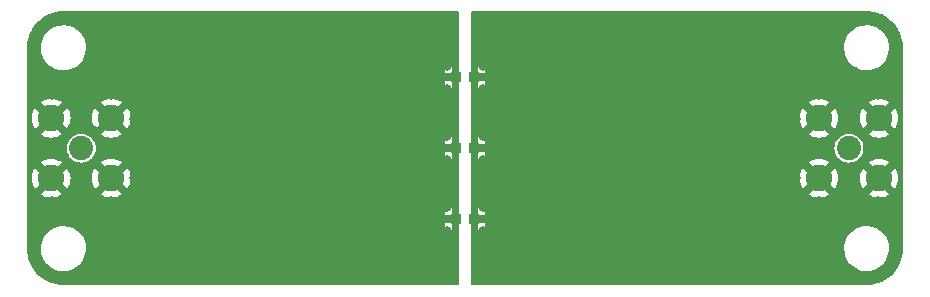
<source format=gbr>
%TF.GenerationSoftware,KiCad,Pcbnew,7.0.4*%
%TF.CreationDate,2023-05-28T10:47:35+02:00*%
%TF.ProjectId,saw_carrier,7361775f-6361-4727-9269-65722e6b6963,rev?*%
%TF.SameCoordinates,Original*%
%TF.FileFunction,Copper,L2,Bot*%
%TF.FilePolarity,Positive*%
%FSLAX46Y46*%
G04 Gerber Fmt 4.6, Leading zero omitted, Abs format (unit mm)*
G04 Created by KiCad (PCBNEW 7.0.4) date 2023-05-28 10:47:35*
%MOMM*%
%LPD*%
G01*
G04 APERTURE LIST*
G04 Aperture macros list*
%AMRoundRect*
0 Rectangle with rounded corners*
0 $1 Rounding radius*
0 $2 $3 $4 $5 $6 $7 $8 $9 X,Y pos of 4 corners*
0 Add a 4 corners polygon primitive as box body*
4,1,4,$2,$3,$4,$5,$6,$7,$8,$9,$2,$3,0*
0 Add four circle primitives for the rounded corners*
1,1,$1+$1,$2,$3*
1,1,$1+$1,$4,$5*
1,1,$1+$1,$6,$7*
1,1,$1+$1,$8,$9*
0 Add four rect primitives between the rounded corners*
20,1,$1+$1,$2,$3,$4,$5,0*
20,1,$1+$1,$4,$5,$6,$7,0*
20,1,$1+$1,$6,$7,$8,$9,0*
20,1,$1+$1,$8,$9,$2,$3,0*%
G04 Aperture macros list end*
%TA.AperFunction,ComponentPad*%
%ADD10C,2.050000*%
%TD*%
%TA.AperFunction,ComponentPad*%
%ADD11C,2.250000*%
%TD*%
%TA.AperFunction,SMDPad,CuDef*%
%ADD12RoundRect,0.225000X-0.225000X-0.250000X0.225000X-0.250000X0.225000X0.250000X-0.225000X0.250000X0*%
%TD*%
%TA.AperFunction,ViaPad*%
%ADD13C,0.800000*%
%TD*%
G04 APERTURE END LIST*
D10*
%TO.P,J2,1,In*%
%TO.N,/OUT_2*%
X182500000Y-67000000D03*
D11*
%TO.P,J2,2,Ext*%
%TO.N,GND2*%
X179960000Y-64460000D03*
X179960000Y-69540000D03*
X185040000Y-64460000D03*
X185040000Y-69540000D03*
%TD*%
D10*
%TO.P,J1,1,In*%
%TO.N,/IN_2*%
X117500000Y-67000000D03*
D11*
%TO.P,J1,2,Ext*%
%TO.N,GND1*%
X114960000Y-64460000D03*
X114960000Y-69540000D03*
X120040000Y-64460000D03*
X120040000Y-69540000D03*
%TD*%
D12*
%TO.P,C1,1*%
%TO.N,GND1*%
X149225000Y-67000000D03*
%TO.P,C1,2*%
%TO.N,GND2*%
X150775000Y-67000000D03*
%TD*%
%TO.P,C2,1*%
%TO.N,GND1*%
X149225000Y-61000000D03*
%TO.P,C2,2*%
%TO.N,GND2*%
X150775000Y-61000000D03*
%TD*%
%TO.P,C3,1*%
%TO.N,GND1*%
X149225000Y-73000000D03*
%TO.P,C3,2*%
%TO.N,GND2*%
X150775000Y-73000000D03*
%TD*%
D13*
%TO.N,GND2*%
X166300000Y-62000000D03*
X181500000Y-68400000D03*
X178500000Y-65750000D03*
X178500000Y-68250000D03*
X183250000Y-68750000D03*
X163750000Y-66750000D03*
X162250000Y-64500000D03*
X163000000Y-61150000D03*
X161650000Y-62000000D03*
X177000000Y-65500000D03*
X181500000Y-63000000D03*
X166500000Y-63250000D03*
X166300000Y-70450000D03*
X184450000Y-67700000D03*
X175500000Y-65500000D03*
X162200000Y-72550000D03*
X165000000Y-67750000D03*
X185000000Y-62500000D03*
X178000000Y-64500000D03*
X180000000Y-71500000D03*
X161650000Y-63300000D03*
X184450000Y-66450000D03*
X178500000Y-63000000D03*
X178250000Y-71000000D03*
X166500000Y-65500000D03*
X165000000Y-61150000D03*
X171000000Y-65500000D03*
X185000000Y-71500000D03*
X165500000Y-72650000D03*
X172500000Y-69500000D03*
X163000000Y-65500000D03*
X164500000Y-69250000D03*
X178000000Y-69500000D03*
X175500000Y-68500000D03*
X183250000Y-65300000D03*
X183500000Y-71000000D03*
X166300000Y-71550000D03*
X165750000Y-64500000D03*
X162500000Y-69250000D03*
X181500000Y-65600000D03*
X177000000Y-68500000D03*
X183500000Y-63000000D03*
X169000000Y-69500000D03*
X168000000Y-65500000D03*
X168000000Y-69750000D03*
X180000000Y-62500000D03*
X166950000Y-69500000D03*
X172000000Y-68500000D03*
X165500000Y-69250000D03*
X170750000Y-68500000D03*
X163500000Y-69250000D03*
X173500000Y-69750000D03*
X169500000Y-68500000D03*
X174000000Y-65500000D03*
X174500000Y-69500000D03*
X172500000Y-65500000D03*
X166500000Y-68500000D03*
X169500000Y-65500000D03*
X151500000Y-66000000D03*
X152000000Y-67000000D03*
X151500000Y-62000000D03*
X151500000Y-74000000D03*
X151500000Y-68000000D03*
X151500000Y-60000000D03*
X152000000Y-73000000D03*
X151500000Y-72000000D03*
X152000000Y-61000000D03*
%TO.N,GND1*%
X130500000Y-65500000D03*
X133500000Y-68500000D03*
X127500000Y-65500000D03*
X148500000Y-60000000D03*
X125500000Y-69500000D03*
X126000000Y-65500000D03*
X148500000Y-62000000D03*
X130500000Y-68500000D03*
X126500000Y-69750000D03*
X136500000Y-69250000D03*
X129250000Y-68500000D03*
X134500000Y-69250000D03*
X128000000Y-68500000D03*
X133050000Y-69500000D03*
X120000000Y-62500000D03*
X132000000Y-69750000D03*
X132000000Y-65500000D03*
X148000000Y-67000000D03*
X148500000Y-66000000D03*
X131000000Y-69500000D03*
X148500000Y-74000000D03*
X116500000Y-63000000D03*
X123000000Y-68500000D03*
X118500000Y-65500000D03*
X137500000Y-69250000D03*
X148000000Y-73000000D03*
X134250000Y-64500000D03*
X133700000Y-71550000D03*
X116500000Y-71000000D03*
X116750000Y-65300000D03*
X124500000Y-68500000D03*
X122000000Y-69500000D03*
X135500000Y-69250000D03*
X137000000Y-65500000D03*
X127500000Y-69500000D03*
X134500000Y-72650000D03*
X148000000Y-61000000D03*
X115000000Y-71500000D03*
X129000000Y-65500000D03*
X135000000Y-61150000D03*
X133500000Y-65500000D03*
X121750000Y-71000000D03*
X121500000Y-63000000D03*
X115550000Y-66450000D03*
X148500000Y-68000000D03*
X138350000Y-63300000D03*
X120000000Y-71500000D03*
X122000000Y-64500000D03*
X115000000Y-62500000D03*
X135000000Y-67750000D03*
X137800000Y-72550000D03*
X124500000Y-65500000D03*
X115550000Y-67700000D03*
X133700000Y-70450000D03*
X133500000Y-63250000D03*
X118500000Y-63000000D03*
X123000000Y-65500000D03*
X138350000Y-62000000D03*
X137000000Y-61150000D03*
X137750000Y-64500000D03*
X136250000Y-66750000D03*
X116750000Y-68750000D03*
X121500000Y-68250000D03*
X121500000Y-65750000D03*
X148500000Y-72000000D03*
X118500000Y-68400000D03*
X133700000Y-62000000D03*
%TD*%
%TA.AperFunction,Conductor*%
%TO.N,GND1*%
G36*
X149442121Y-55420502D02*
G01*
X149488614Y-55474158D01*
X149500000Y-55526500D01*
X149500000Y-78473500D01*
X149479998Y-78541621D01*
X149426342Y-78588114D01*
X149374000Y-78599500D01*
X116001644Y-78599500D01*
X115998371Y-78599414D01*
X115752834Y-78586546D01*
X115679319Y-78582694D01*
X115672756Y-78582004D01*
X115358840Y-78532284D01*
X115352386Y-78530912D01*
X115045391Y-78448654D01*
X115039115Y-78446615D01*
X114742405Y-78332718D01*
X114736377Y-78330034D01*
X114453191Y-78185744D01*
X114447476Y-78182444D01*
X114180927Y-78009345D01*
X114175600Y-78005475D01*
X113928583Y-77805445D01*
X113923693Y-77801040D01*
X113698959Y-77576306D01*
X113694555Y-77571417D01*
X113494522Y-77324396D01*
X113490654Y-77319072D01*
X113465180Y-77279846D01*
X113317555Y-77052523D01*
X113314255Y-77046808D01*
X113169965Y-76763622D01*
X113167281Y-76757594D01*
X113152448Y-76718953D01*
X113053380Y-76460873D01*
X113051345Y-76454608D01*
X113029026Y-76371313D01*
X112969086Y-76147612D01*
X112967715Y-76141159D01*
X112963615Y-76115276D01*
X112917995Y-75827243D01*
X112917306Y-75820694D01*
X112904147Y-75569596D01*
X114095687Y-75569596D01*
X114126114Y-75846128D01*
X114196480Y-76115278D01*
X114269015Y-76285968D01*
X114305284Y-76371314D01*
X114450208Y-76608781D01*
X114628163Y-76822617D01*
X114835357Y-77008263D01*
X115067373Y-77161763D01*
X115319267Y-77279846D01*
X115585669Y-77359995D01*
X115860895Y-77400499D01*
X115860898Y-77400500D01*
X115860901Y-77400500D01*
X116069463Y-77400500D01*
X116277455Y-77385277D01*
X116548997Y-77324788D01*
X116808838Y-77225408D01*
X117051440Y-77089253D01*
X117271632Y-76919226D01*
X117464722Y-76718951D01*
X117626593Y-76492696D01*
X117753797Y-76245283D01*
X117843621Y-75981986D01*
X117894152Y-75708416D01*
X117904313Y-75430404D01*
X117873886Y-75153876D01*
X117803520Y-74884724D01*
X117694716Y-74628686D01*
X117549792Y-74391219D01*
X117371837Y-74177383D01*
X117164643Y-73991737D01*
X116932627Y-73838237D01*
X116796860Y-73774592D01*
X116680734Y-73720154D01*
X116601263Y-73696244D01*
X116414331Y-73640005D01*
X116414326Y-73640004D01*
X116414322Y-73640003D01*
X116139103Y-73599500D01*
X116139099Y-73599500D01*
X115930537Y-73599500D01*
X115722541Y-73614723D01*
X115451009Y-73675210D01*
X115450997Y-73675214D01*
X115191161Y-73774592D01*
X114948559Y-73910747D01*
X114728366Y-74080775D01*
X114728365Y-74080776D01*
X114535280Y-74281046D01*
X114373404Y-74507307D01*
X114246204Y-74754714D01*
X114156377Y-75018020D01*
X114105847Y-75291587D01*
X114095687Y-75569596D01*
X112904147Y-75569596D01*
X112900585Y-75501628D01*
X112900500Y-75498356D01*
X112900500Y-73350001D01*
X148272225Y-73350001D01*
X148277255Y-73399228D01*
X148277257Y-73399241D01*
X148331152Y-73561884D01*
X148421109Y-73707728D01*
X148421114Y-73707734D01*
X148542265Y-73828885D01*
X148542271Y-73828890D01*
X148688115Y-73918847D01*
X148688114Y-73918847D01*
X148850754Y-73972741D01*
X148850768Y-73972744D01*
X148875000Y-73975218D01*
X148875000Y-73350000D01*
X148272227Y-73350000D01*
X148272225Y-73350001D01*
X112900500Y-73350001D01*
X112900500Y-72649998D01*
X148272225Y-72649998D01*
X148272227Y-72650000D01*
X148875000Y-72650000D01*
X148875000Y-72024780D01*
X148874998Y-72024779D01*
X148850765Y-72027255D01*
X148850764Y-72027256D01*
X148688115Y-72081152D01*
X148542271Y-72171109D01*
X148542265Y-72171114D01*
X148421114Y-72292265D01*
X148421109Y-72292271D01*
X148331152Y-72438115D01*
X148277257Y-72600758D01*
X148277255Y-72600771D01*
X148272225Y-72649998D01*
X112900500Y-72649998D01*
X112900500Y-69540000D01*
X113321950Y-69540000D01*
X113342117Y-69796246D01*
X113402121Y-70046183D01*
X113500486Y-70283657D01*
X113584412Y-70420611D01*
X114161984Y-69843039D01*
X114165714Y-69856473D01*
X114252316Y-70019822D01*
X114372009Y-70160735D01*
X114519195Y-70272623D01*
X114658090Y-70336883D01*
X114079387Y-70915586D01*
X114216342Y-70999513D01*
X114453816Y-71097878D01*
X114703753Y-71157882D01*
X114959999Y-71178049D01*
X115216246Y-71157882D01*
X115466183Y-71097878D01*
X115703662Y-70999511D01*
X115840611Y-70915587D01*
X115840612Y-70915586D01*
X115260670Y-70335644D01*
X115319010Y-70315988D01*
X115477431Y-70220669D01*
X115611658Y-70093523D01*
X115715413Y-69940495D01*
X115755317Y-69840342D01*
X116335587Y-70420612D01*
X116335587Y-70420611D01*
X116419511Y-70283662D01*
X116517878Y-70046183D01*
X116577882Y-69796246D01*
X116598049Y-69540000D01*
X118401950Y-69540000D01*
X118422117Y-69796246D01*
X118482121Y-70046183D01*
X118580486Y-70283657D01*
X118664412Y-70420611D01*
X119241984Y-69843039D01*
X119245714Y-69856473D01*
X119332316Y-70019822D01*
X119452009Y-70160735D01*
X119599195Y-70272623D01*
X119738090Y-70336883D01*
X119159387Y-70915586D01*
X119296342Y-70999513D01*
X119533816Y-71097878D01*
X119783753Y-71157882D01*
X120039999Y-71178049D01*
X120296246Y-71157882D01*
X120546183Y-71097878D01*
X120783662Y-70999511D01*
X120920611Y-70915587D01*
X120920612Y-70915586D01*
X120340670Y-70335644D01*
X120399010Y-70315988D01*
X120557431Y-70220669D01*
X120691658Y-70093523D01*
X120795413Y-69940495D01*
X120835317Y-69840343D01*
X121415586Y-70420612D01*
X121415587Y-70420611D01*
X121499511Y-70283662D01*
X121597878Y-70046183D01*
X121657882Y-69796246D01*
X121678049Y-69540000D01*
X121657882Y-69283753D01*
X121597878Y-69033816D01*
X121499513Y-68796342D01*
X121415586Y-68659387D01*
X120838015Y-69236958D01*
X120834286Y-69223527D01*
X120747684Y-69060178D01*
X120627991Y-68919265D01*
X120480805Y-68807377D01*
X120341908Y-68743116D01*
X120920611Y-68164412D01*
X120783657Y-68080486D01*
X120546183Y-67982121D01*
X120296246Y-67922117D01*
X120039999Y-67901950D01*
X119783753Y-67922117D01*
X119533816Y-67982121D01*
X119296339Y-68080488D01*
X119159387Y-68164411D01*
X119159387Y-68164413D01*
X119739329Y-68744355D01*
X119680990Y-68764012D01*
X119522569Y-68859331D01*
X119388342Y-68986477D01*
X119284587Y-69139505D01*
X119244682Y-69239656D01*
X118664413Y-68659387D01*
X118664411Y-68659387D01*
X118580488Y-68796339D01*
X118482121Y-69033816D01*
X118422117Y-69283753D01*
X118401950Y-69540000D01*
X116598049Y-69540000D01*
X116577882Y-69283753D01*
X116517878Y-69033816D01*
X116419513Y-68796342D01*
X116335586Y-68659386D01*
X115758014Y-69236957D01*
X115754286Y-69223527D01*
X115667684Y-69060178D01*
X115547991Y-68919265D01*
X115400805Y-68807377D01*
X115261908Y-68743116D01*
X115840611Y-68164412D01*
X115703657Y-68080486D01*
X115466183Y-67982121D01*
X115216246Y-67922117D01*
X114959999Y-67901950D01*
X114703753Y-67922117D01*
X114453816Y-67982121D01*
X114216339Y-68080488D01*
X114079387Y-68164411D01*
X114079387Y-68164413D01*
X114659329Y-68744355D01*
X114600990Y-68764012D01*
X114442569Y-68859331D01*
X114308342Y-68986477D01*
X114204587Y-69139505D01*
X114164682Y-69239656D01*
X113584413Y-68659387D01*
X113584411Y-68659387D01*
X113500488Y-68796339D01*
X113402121Y-69033816D01*
X113342117Y-69283753D01*
X113321950Y-69540000D01*
X112900500Y-69540000D01*
X112900500Y-67000000D01*
X116269819Y-67000000D01*
X116288508Y-67213619D01*
X116318249Y-67324617D01*
X116325051Y-67350001D01*
X116344008Y-67420747D01*
X116434632Y-67615091D01*
X116499498Y-67707728D01*
X116557627Y-67790745D01*
X116557630Y-67790749D01*
X116709250Y-67942369D01*
X116709254Y-67942372D01*
X116709255Y-67942373D01*
X116884909Y-68065368D01*
X117079253Y-68155992D01*
X117286381Y-68211492D01*
X117500000Y-68230181D01*
X117713619Y-68211492D01*
X117920747Y-68155992D01*
X118115091Y-68065368D01*
X118290745Y-67942373D01*
X118442373Y-67790745D01*
X118565368Y-67615091D01*
X118655992Y-67420747D01*
X118674948Y-67350001D01*
X148272225Y-67350001D01*
X148277255Y-67399228D01*
X148277257Y-67399241D01*
X148331152Y-67561884D01*
X148421109Y-67707728D01*
X148421114Y-67707734D01*
X148542265Y-67828885D01*
X148542271Y-67828890D01*
X148688115Y-67918847D01*
X148688114Y-67918847D01*
X148850754Y-67972741D01*
X148850768Y-67972744D01*
X148875000Y-67975218D01*
X148875000Y-67350000D01*
X148272227Y-67350000D01*
X148272225Y-67350001D01*
X118674948Y-67350001D01*
X118711492Y-67213619D01*
X118730181Y-67000000D01*
X118711492Y-66786381D01*
X118674948Y-66649998D01*
X148272225Y-66649998D01*
X148272227Y-66650000D01*
X148875000Y-66650000D01*
X148875000Y-66024780D01*
X148874998Y-66024779D01*
X148850765Y-66027255D01*
X148850764Y-66027256D01*
X148688115Y-66081152D01*
X148542271Y-66171109D01*
X148542265Y-66171114D01*
X148421114Y-66292265D01*
X148421109Y-66292271D01*
X148331152Y-66438115D01*
X148277257Y-66600758D01*
X148277255Y-66600771D01*
X148272225Y-66649998D01*
X118674948Y-66649998D01*
X118655992Y-66579253D01*
X118565368Y-66384910D01*
X118442373Y-66209255D01*
X118290745Y-66057627D01*
X118115091Y-65934632D01*
X118115087Y-65934630D01*
X117920750Y-65844009D01*
X117920745Y-65844007D01*
X117824616Y-65818249D01*
X117713619Y-65788508D01*
X117500000Y-65769819D01*
X117286381Y-65788508D01*
X117230882Y-65803378D01*
X117079254Y-65844007D01*
X117079250Y-65844009D01*
X116884909Y-65934632D01*
X116709258Y-66057624D01*
X116709252Y-66057629D01*
X116557629Y-66209252D01*
X116557624Y-66209258D01*
X116434632Y-66384909D01*
X116344009Y-66579250D01*
X116344007Y-66579254D01*
X116325051Y-66650000D01*
X116288508Y-66786381D01*
X116269819Y-67000000D01*
X112900500Y-67000000D01*
X112900500Y-64460000D01*
X113321950Y-64460000D01*
X113342117Y-64716246D01*
X113402121Y-64966183D01*
X113500486Y-65203657D01*
X113584412Y-65340611D01*
X114161984Y-64763039D01*
X114165714Y-64776473D01*
X114252316Y-64939822D01*
X114372009Y-65080735D01*
X114519195Y-65192623D01*
X114658090Y-65256883D01*
X114079387Y-65835586D01*
X114216342Y-65919513D01*
X114453816Y-66017878D01*
X114703753Y-66077882D01*
X114960000Y-66098049D01*
X115216246Y-66077882D01*
X115466183Y-66017878D01*
X115703662Y-65919511D01*
X115840611Y-65835587D01*
X115840612Y-65835586D01*
X115260670Y-65255644D01*
X115319010Y-65235988D01*
X115477431Y-65140669D01*
X115611658Y-65013523D01*
X115715413Y-64860495D01*
X115755317Y-64760343D01*
X116335586Y-65340612D01*
X116335587Y-65340611D01*
X116419511Y-65203662D01*
X116517878Y-64966183D01*
X116577882Y-64716246D01*
X116598049Y-64460000D01*
X118401950Y-64460000D01*
X118422117Y-64716246D01*
X118482121Y-64966183D01*
X118580486Y-65203657D01*
X118664412Y-65340611D01*
X119241984Y-64763039D01*
X119245714Y-64776473D01*
X119332316Y-64939822D01*
X119452009Y-65080735D01*
X119599195Y-65192623D01*
X119738090Y-65256883D01*
X119159387Y-65835586D01*
X119296342Y-65919513D01*
X119533816Y-66017878D01*
X119783753Y-66077882D01*
X120040000Y-66098049D01*
X120296246Y-66077882D01*
X120546183Y-66017878D01*
X120783662Y-65919511D01*
X120920611Y-65835587D01*
X120920612Y-65835586D01*
X120340670Y-65255644D01*
X120399010Y-65235988D01*
X120557431Y-65140669D01*
X120691658Y-65013523D01*
X120795413Y-64860495D01*
X120835317Y-64760342D01*
X121415587Y-65340612D01*
X121415587Y-65340611D01*
X121499511Y-65203662D01*
X121597878Y-64966183D01*
X121657882Y-64716246D01*
X121678049Y-64460000D01*
X121657882Y-64203753D01*
X121597878Y-63953816D01*
X121499513Y-63716342D01*
X121415586Y-63579386D01*
X120838014Y-64156957D01*
X120834286Y-64143527D01*
X120747684Y-63980178D01*
X120627991Y-63839265D01*
X120480805Y-63727377D01*
X120341908Y-63663116D01*
X120920611Y-63084413D01*
X120920611Y-63084412D01*
X120783657Y-63000486D01*
X120546183Y-62902121D01*
X120296246Y-62842117D01*
X120040000Y-62821950D01*
X119783753Y-62842117D01*
X119533816Y-62902121D01*
X119296339Y-63000488D01*
X119159387Y-63084411D01*
X119159387Y-63084412D01*
X119739329Y-63664355D01*
X119680990Y-63684012D01*
X119522569Y-63779331D01*
X119388342Y-63906477D01*
X119284587Y-64059505D01*
X119244682Y-64159656D01*
X118664413Y-63579387D01*
X118664411Y-63579387D01*
X118580488Y-63716339D01*
X118482121Y-63953816D01*
X118422117Y-64203753D01*
X118401950Y-64460000D01*
X116598049Y-64460000D01*
X116577882Y-64203753D01*
X116517878Y-63953816D01*
X116419513Y-63716342D01*
X116335586Y-63579387D01*
X115758015Y-64156958D01*
X115754286Y-64143527D01*
X115667684Y-63980178D01*
X115547991Y-63839265D01*
X115400805Y-63727377D01*
X115261908Y-63663116D01*
X115840611Y-63084412D01*
X115703657Y-63000486D01*
X115466183Y-62902121D01*
X115216246Y-62842117D01*
X114960000Y-62821950D01*
X114703753Y-62842117D01*
X114453816Y-62902121D01*
X114216339Y-63000488D01*
X114079387Y-63084411D01*
X114079387Y-63084413D01*
X114659329Y-63664355D01*
X114600990Y-63684012D01*
X114442569Y-63779331D01*
X114308342Y-63906477D01*
X114204587Y-64059505D01*
X114164682Y-64159656D01*
X113584413Y-63579387D01*
X113584411Y-63579387D01*
X113500488Y-63716339D01*
X113402121Y-63953816D01*
X113342117Y-64203753D01*
X113321950Y-64460000D01*
X112900500Y-64460000D01*
X112900500Y-61350001D01*
X148272225Y-61350001D01*
X148277255Y-61399228D01*
X148277257Y-61399241D01*
X148331152Y-61561884D01*
X148421109Y-61707728D01*
X148421114Y-61707734D01*
X148542265Y-61828885D01*
X148542271Y-61828890D01*
X148688115Y-61918847D01*
X148688114Y-61918847D01*
X148850754Y-61972741D01*
X148850768Y-61972744D01*
X148875000Y-61975218D01*
X148875000Y-61350000D01*
X148272227Y-61350000D01*
X148272225Y-61350001D01*
X112900500Y-61350001D01*
X112900500Y-60649998D01*
X148272225Y-60649998D01*
X148272227Y-60650000D01*
X148875000Y-60650000D01*
X148875000Y-60024780D01*
X148874998Y-60024779D01*
X148850765Y-60027255D01*
X148850764Y-60027256D01*
X148688115Y-60081152D01*
X148542271Y-60171109D01*
X148542265Y-60171114D01*
X148421114Y-60292265D01*
X148421109Y-60292271D01*
X148331152Y-60438115D01*
X148277257Y-60600758D01*
X148277255Y-60600771D01*
X148272225Y-60649998D01*
X112900500Y-60649998D01*
X112900500Y-58569596D01*
X114095687Y-58569596D01*
X114126114Y-58846128D01*
X114196480Y-59115278D01*
X114269015Y-59285967D01*
X114305284Y-59371314D01*
X114450208Y-59608781D01*
X114628163Y-59822617D01*
X114835357Y-60008263D01*
X115067373Y-60161763D01*
X115319267Y-60279846D01*
X115585669Y-60359995D01*
X115860895Y-60400499D01*
X115860898Y-60400500D01*
X115860901Y-60400500D01*
X116069463Y-60400500D01*
X116277455Y-60385277D01*
X116548997Y-60324788D01*
X116808838Y-60225408D01*
X117051440Y-60089253D01*
X117271632Y-59919226D01*
X117464722Y-59718951D01*
X117626593Y-59492696D01*
X117753797Y-59245283D01*
X117843621Y-58981986D01*
X117894152Y-58708416D01*
X117904313Y-58430404D01*
X117873886Y-58153876D01*
X117803520Y-57884724D01*
X117694716Y-57628686D01*
X117549792Y-57391219D01*
X117371837Y-57177383D01*
X117164643Y-56991737D01*
X116932627Y-56838237D01*
X116796860Y-56774592D01*
X116680734Y-56720154D01*
X116601263Y-56696244D01*
X116414331Y-56640005D01*
X116414326Y-56640004D01*
X116414322Y-56640003D01*
X116139103Y-56599500D01*
X116139099Y-56599500D01*
X115930537Y-56599500D01*
X115722541Y-56614723D01*
X115451009Y-56675210D01*
X115450997Y-56675214D01*
X115191161Y-56774592D01*
X114948559Y-56910747D01*
X114728366Y-57080775D01*
X114728365Y-57080776D01*
X114535280Y-57281046D01*
X114373404Y-57507307D01*
X114246204Y-57754714D01*
X114156377Y-58018020D01*
X114105847Y-58291587D01*
X114095687Y-58569596D01*
X112900500Y-58569596D01*
X112900500Y-58501642D01*
X112900585Y-58498371D01*
X112917306Y-58179303D01*
X112917995Y-58172756D01*
X112951606Y-57960546D01*
X112967716Y-57858833D01*
X112969087Y-57852386D01*
X112995258Y-57754714D01*
X113051347Y-57545381D01*
X113053378Y-57539131D01*
X113167286Y-57242392D01*
X113169961Y-57236385D01*
X113314259Y-56953183D01*
X113317555Y-56947476D01*
X113333565Y-56922823D01*
X113490664Y-56680912D01*
X113494514Y-56675612D01*
X113694563Y-56428572D01*
X113698949Y-56423703D01*
X113923703Y-56198949D01*
X113928572Y-56194563D01*
X114175612Y-55994514D01*
X114180912Y-55990664D01*
X114447482Y-55817551D01*
X114453183Y-55814259D01*
X114736385Y-55669961D01*
X114742392Y-55667286D01*
X115039131Y-55553378D01*
X115045381Y-55551347D01*
X115352391Y-55469085D01*
X115358833Y-55467716D01*
X115672756Y-55417994D01*
X115679303Y-55417306D01*
X115998371Y-55400585D01*
X116001644Y-55400500D01*
X116057583Y-55400500D01*
X149374000Y-55400500D01*
X149442121Y-55420502D01*
G37*
%TD.AperFunction*%
%TD*%
%TA.AperFunction,Conductor*%
%TO.N,GND2*%
G36*
X184001628Y-55400585D02*
G01*
X184320694Y-55417306D01*
X184327243Y-55417995D01*
X184459421Y-55438930D01*
X184641162Y-55467715D01*
X184647612Y-55469086D01*
X184954612Y-55551346D01*
X184960873Y-55553380D01*
X185257600Y-55667283D01*
X185263622Y-55669965D01*
X185546808Y-55814255D01*
X185552523Y-55817555D01*
X185819077Y-55990658D01*
X185824396Y-55994522D01*
X186071417Y-56194555D01*
X186076306Y-56198959D01*
X186301040Y-56423693D01*
X186305445Y-56428583D01*
X186505475Y-56675600D01*
X186509345Y-56680927D01*
X186682444Y-56947476D01*
X186685744Y-56953191D01*
X186830034Y-57236377D01*
X186832718Y-57242405D01*
X186946615Y-57539115D01*
X186948654Y-57545391D01*
X187030912Y-57852386D01*
X187032284Y-57858840D01*
X187082004Y-58172756D01*
X187082694Y-58179318D01*
X187099414Y-58498371D01*
X187099500Y-58501642D01*
X187099500Y-75498356D01*
X187099414Y-75501628D01*
X187088578Y-75708412D01*
X187082694Y-75820680D01*
X187082004Y-75827243D01*
X187032284Y-76141159D01*
X187030912Y-76147613D01*
X186948654Y-76454608D01*
X186946615Y-76460884D01*
X186832718Y-76757594D01*
X186830034Y-76763622D01*
X186685744Y-77046808D01*
X186682444Y-77052523D01*
X186509345Y-77319072D01*
X186505468Y-77324408D01*
X186443851Y-77400500D01*
X186305456Y-77571403D01*
X186301040Y-77576306D01*
X186076306Y-77801040D01*
X186071403Y-77805456D01*
X185824410Y-78005467D01*
X185819072Y-78009345D01*
X185552523Y-78182444D01*
X185546808Y-78185744D01*
X185263622Y-78330034D01*
X185257594Y-78332718D01*
X184960884Y-78446615D01*
X184954608Y-78448654D01*
X184647613Y-78530912D01*
X184641159Y-78532284D01*
X184327243Y-78582004D01*
X184320680Y-78582694D01*
X184233428Y-78587266D01*
X184001628Y-78599414D01*
X183998356Y-78599500D01*
X150626000Y-78599500D01*
X150557879Y-78579498D01*
X150511386Y-78525842D01*
X150500000Y-78473500D01*
X150500000Y-75569596D01*
X182095687Y-75569596D01*
X182126114Y-75846128D01*
X182196480Y-76115278D01*
X182269015Y-76285967D01*
X182305284Y-76371314D01*
X182450208Y-76608781D01*
X182628163Y-76822617D01*
X182835357Y-77008263D01*
X183067373Y-77161763D01*
X183319267Y-77279846D01*
X183585669Y-77359995D01*
X183860895Y-77400499D01*
X183860898Y-77400500D01*
X183860901Y-77400500D01*
X184069463Y-77400500D01*
X184277455Y-77385277D01*
X184548997Y-77324788D01*
X184808838Y-77225408D01*
X185051440Y-77089253D01*
X185271632Y-76919226D01*
X185464722Y-76718951D01*
X185626593Y-76492696D01*
X185753797Y-76245283D01*
X185843621Y-75981986D01*
X185894152Y-75708416D01*
X185904313Y-75430404D01*
X185873886Y-75153876D01*
X185803520Y-74884724D01*
X185694716Y-74628686D01*
X185549792Y-74391219D01*
X185371837Y-74177383D01*
X185164643Y-73991737D01*
X184932627Y-73838237D01*
X184796860Y-73774592D01*
X184680734Y-73720154D01*
X184601263Y-73696244D01*
X184414331Y-73640005D01*
X184414326Y-73640004D01*
X184414322Y-73640003D01*
X184139103Y-73599500D01*
X184139099Y-73599500D01*
X183930537Y-73599500D01*
X183722541Y-73614723D01*
X183451009Y-73675210D01*
X183450997Y-73675214D01*
X183191161Y-73774592D01*
X182948559Y-73910747D01*
X182728366Y-74080775D01*
X182728365Y-74080776D01*
X182535280Y-74281046D01*
X182373404Y-74507307D01*
X182246204Y-74754714D01*
X182156377Y-75018020D01*
X182105847Y-75291587D01*
X182095687Y-75569596D01*
X150500000Y-75569596D01*
X150500000Y-73350000D01*
X151125000Y-73350000D01*
X151125000Y-73975218D01*
X151149231Y-73972744D01*
X151149245Y-73972741D01*
X151311884Y-73918847D01*
X151457728Y-73828890D01*
X151457734Y-73828885D01*
X151578885Y-73707734D01*
X151578890Y-73707728D01*
X151668847Y-73561884D01*
X151722742Y-73399241D01*
X151722744Y-73399228D01*
X151727774Y-73350001D01*
X151727773Y-73350000D01*
X151125000Y-73350000D01*
X150500000Y-73350000D01*
X150500000Y-72650000D01*
X151125000Y-72650000D01*
X151727773Y-72650000D01*
X151727774Y-72649998D01*
X151722744Y-72600771D01*
X151722742Y-72600758D01*
X151668847Y-72438115D01*
X151578890Y-72292271D01*
X151578885Y-72292265D01*
X151457734Y-72171114D01*
X151457728Y-72171109D01*
X151311884Y-72081152D01*
X151149235Y-72027256D01*
X151149234Y-72027255D01*
X151125001Y-72024779D01*
X151125000Y-72024780D01*
X151125000Y-72650000D01*
X150500000Y-72650000D01*
X150500000Y-69539999D01*
X178321950Y-69539999D01*
X178342117Y-69796246D01*
X178402121Y-70046183D01*
X178500486Y-70283657D01*
X178584412Y-70420611D01*
X179161984Y-69843039D01*
X179165714Y-69856473D01*
X179252316Y-70019822D01*
X179372009Y-70160735D01*
X179519195Y-70272623D01*
X179658090Y-70336883D01*
X179079387Y-70915586D01*
X179216342Y-70999513D01*
X179453816Y-71097878D01*
X179703753Y-71157882D01*
X179959999Y-71178049D01*
X180216246Y-71157882D01*
X180466183Y-71097878D01*
X180703662Y-70999511D01*
X180840611Y-70915587D01*
X180840612Y-70915586D01*
X180260670Y-70335644D01*
X180319010Y-70315988D01*
X180477431Y-70220669D01*
X180611658Y-70093523D01*
X180715413Y-69940495D01*
X180755317Y-69840343D01*
X181335586Y-70420612D01*
X181335587Y-70420611D01*
X181419511Y-70283662D01*
X181517878Y-70046183D01*
X181577882Y-69796246D01*
X181598049Y-69540000D01*
X181598049Y-69539999D01*
X183401950Y-69539999D01*
X183422117Y-69796246D01*
X183482121Y-70046183D01*
X183580486Y-70283657D01*
X183664412Y-70420611D01*
X184241984Y-69843039D01*
X184245714Y-69856473D01*
X184332316Y-70019822D01*
X184452009Y-70160735D01*
X184599195Y-70272623D01*
X184738090Y-70336883D01*
X184159387Y-70915586D01*
X184296342Y-70999513D01*
X184533816Y-71097878D01*
X184783753Y-71157882D01*
X185039999Y-71178049D01*
X185296246Y-71157882D01*
X185546183Y-71097878D01*
X185783662Y-70999511D01*
X185920611Y-70915587D01*
X185920612Y-70915586D01*
X185340670Y-70335644D01*
X185399010Y-70315988D01*
X185557431Y-70220669D01*
X185691658Y-70093523D01*
X185795413Y-69940495D01*
X185835317Y-69840342D01*
X186415586Y-70420612D01*
X186415587Y-70420611D01*
X186499511Y-70283662D01*
X186597878Y-70046183D01*
X186657882Y-69796246D01*
X186678049Y-69540000D01*
X186657882Y-69283753D01*
X186597878Y-69033816D01*
X186499513Y-68796342D01*
X186415586Y-68659387D01*
X185838015Y-69236958D01*
X185834286Y-69223527D01*
X185747684Y-69060178D01*
X185627991Y-68919265D01*
X185480805Y-68807377D01*
X185341908Y-68743116D01*
X185920611Y-68164412D01*
X185783657Y-68080486D01*
X185546183Y-67982121D01*
X185296246Y-67922117D01*
X185039999Y-67901950D01*
X184783753Y-67922117D01*
X184533816Y-67982121D01*
X184296339Y-68080488D01*
X184159387Y-68164411D01*
X184159387Y-68164413D01*
X184739329Y-68744355D01*
X184680990Y-68764012D01*
X184522569Y-68859331D01*
X184388342Y-68986477D01*
X184284587Y-69139505D01*
X184244682Y-69239656D01*
X183664413Y-68659387D01*
X183664411Y-68659387D01*
X183580488Y-68796339D01*
X183482121Y-69033816D01*
X183422117Y-69283753D01*
X183401950Y-69539999D01*
X181598049Y-69539999D01*
X181577882Y-69283753D01*
X181517878Y-69033816D01*
X181419513Y-68796342D01*
X181335586Y-68659387D01*
X180758015Y-69236958D01*
X180754286Y-69223527D01*
X180667684Y-69060178D01*
X180547991Y-68919265D01*
X180400805Y-68807377D01*
X180261908Y-68743116D01*
X180840611Y-68164412D01*
X180703657Y-68080486D01*
X180466183Y-67982121D01*
X180216246Y-67922117D01*
X179959999Y-67901950D01*
X179703753Y-67922117D01*
X179453816Y-67982121D01*
X179216339Y-68080488D01*
X179079387Y-68164411D01*
X179079387Y-68164413D01*
X179659329Y-68744355D01*
X179600990Y-68764012D01*
X179442569Y-68859331D01*
X179308342Y-68986477D01*
X179204587Y-69139505D01*
X179164682Y-69239656D01*
X178584413Y-68659387D01*
X178584411Y-68659387D01*
X178500488Y-68796339D01*
X178402121Y-69033816D01*
X178342117Y-69283753D01*
X178321950Y-69539999D01*
X150500000Y-69539999D01*
X150500000Y-67350000D01*
X151125000Y-67350000D01*
X151125000Y-67975218D01*
X151149231Y-67972744D01*
X151149245Y-67972741D01*
X151311884Y-67918847D01*
X151457728Y-67828890D01*
X151457734Y-67828885D01*
X151578885Y-67707734D01*
X151578890Y-67707728D01*
X151668847Y-67561884D01*
X151722742Y-67399241D01*
X151722744Y-67399228D01*
X151727774Y-67350001D01*
X151727773Y-67350000D01*
X151125000Y-67350000D01*
X150500000Y-67350000D01*
X150500000Y-67000000D01*
X181269819Y-67000000D01*
X181288508Y-67213619D01*
X181318249Y-67324617D01*
X181325051Y-67350001D01*
X181344008Y-67420747D01*
X181434632Y-67615091D01*
X181499498Y-67707728D01*
X181557627Y-67790745D01*
X181557630Y-67790749D01*
X181709250Y-67942369D01*
X181709254Y-67942372D01*
X181709255Y-67942373D01*
X181884909Y-68065368D01*
X182079253Y-68155992D01*
X182286381Y-68211492D01*
X182500000Y-68230181D01*
X182713619Y-68211492D01*
X182920747Y-68155992D01*
X183115091Y-68065368D01*
X183290745Y-67942373D01*
X183442373Y-67790745D01*
X183565368Y-67615091D01*
X183655992Y-67420747D01*
X183711492Y-67213619D01*
X183730181Y-67000000D01*
X183711492Y-66786381D01*
X183655992Y-66579253D01*
X183565368Y-66384910D01*
X183442373Y-66209255D01*
X183290745Y-66057627D01*
X183115091Y-65934632D01*
X183115087Y-65934630D01*
X182920750Y-65844009D01*
X182920745Y-65844007D01*
X182824617Y-65818249D01*
X182713619Y-65788508D01*
X182500000Y-65769819D01*
X182286381Y-65788508D01*
X182230882Y-65803378D01*
X182079254Y-65844007D01*
X182079250Y-65844009D01*
X181884909Y-65934632D01*
X181709258Y-66057624D01*
X181709252Y-66057629D01*
X181557629Y-66209252D01*
X181557624Y-66209258D01*
X181434632Y-66384909D01*
X181344009Y-66579250D01*
X181344007Y-66579254D01*
X181325051Y-66650000D01*
X181288508Y-66786381D01*
X181269819Y-67000000D01*
X150500000Y-67000000D01*
X150500000Y-66650000D01*
X151125000Y-66650000D01*
X151727773Y-66650000D01*
X151727774Y-66649998D01*
X151722744Y-66600771D01*
X151722742Y-66600758D01*
X151668847Y-66438115D01*
X151578890Y-66292271D01*
X151578885Y-66292265D01*
X151457734Y-66171114D01*
X151457728Y-66171109D01*
X151311884Y-66081152D01*
X151149235Y-66027256D01*
X151149234Y-66027255D01*
X151125001Y-66024779D01*
X151125000Y-66024780D01*
X151125000Y-66650000D01*
X150500000Y-66650000D01*
X150500000Y-64460000D01*
X178321950Y-64460000D01*
X178342117Y-64716246D01*
X178402121Y-64966183D01*
X178500486Y-65203657D01*
X178584412Y-65340611D01*
X179161984Y-64763039D01*
X179165714Y-64776473D01*
X179252316Y-64939822D01*
X179372009Y-65080735D01*
X179519195Y-65192623D01*
X179658090Y-65256883D01*
X179079387Y-65835586D01*
X179216342Y-65919513D01*
X179453816Y-66017878D01*
X179703753Y-66077882D01*
X179960000Y-66098049D01*
X180216246Y-66077882D01*
X180466183Y-66017878D01*
X180703662Y-65919511D01*
X180840611Y-65835587D01*
X180840612Y-65835586D01*
X180260670Y-65255644D01*
X180319010Y-65235988D01*
X180477431Y-65140669D01*
X180611658Y-65013523D01*
X180715413Y-64860495D01*
X180755317Y-64760343D01*
X181335586Y-65340612D01*
X181335587Y-65340611D01*
X181419511Y-65203662D01*
X181517878Y-64966183D01*
X181577882Y-64716246D01*
X181598049Y-64460000D01*
X183401950Y-64460000D01*
X183422117Y-64716246D01*
X183482121Y-64966183D01*
X183580486Y-65203657D01*
X183664413Y-65340611D01*
X184241984Y-64763040D01*
X184245714Y-64776473D01*
X184332316Y-64939822D01*
X184452009Y-65080735D01*
X184599195Y-65192623D01*
X184738090Y-65256883D01*
X184159387Y-65835586D01*
X184296342Y-65919513D01*
X184533816Y-66017878D01*
X184783753Y-66077882D01*
X185040000Y-66098049D01*
X185296246Y-66077882D01*
X185546183Y-66017878D01*
X185783662Y-65919511D01*
X185920611Y-65835587D01*
X185920612Y-65835586D01*
X185340670Y-65255644D01*
X185399010Y-65235988D01*
X185557431Y-65140669D01*
X185691658Y-65013523D01*
X185795413Y-64860495D01*
X185835317Y-64760342D01*
X186415586Y-65340612D01*
X186415587Y-65340611D01*
X186499511Y-65203662D01*
X186597878Y-64966183D01*
X186657882Y-64716246D01*
X186678049Y-64459999D01*
X186657882Y-64203753D01*
X186597878Y-63953816D01*
X186499513Y-63716342D01*
X186415586Y-63579387D01*
X185838015Y-64156958D01*
X185834286Y-64143527D01*
X185747684Y-63980178D01*
X185627991Y-63839265D01*
X185480805Y-63727377D01*
X185341908Y-63663116D01*
X185920611Y-63084413D01*
X185920611Y-63084412D01*
X185783657Y-63000486D01*
X185546183Y-62902121D01*
X185296246Y-62842117D01*
X185040000Y-62821950D01*
X184783753Y-62842117D01*
X184533816Y-62902121D01*
X184296339Y-63000488D01*
X184159387Y-63084411D01*
X184159387Y-63084412D01*
X184739330Y-63664354D01*
X184680990Y-63684012D01*
X184522569Y-63779331D01*
X184388342Y-63906477D01*
X184284587Y-64059505D01*
X184244682Y-64159656D01*
X183664412Y-63579387D01*
X183664411Y-63579387D01*
X183580488Y-63716339D01*
X183482121Y-63953816D01*
X183422117Y-64203753D01*
X183401950Y-64460000D01*
X181598049Y-64460000D01*
X181598049Y-64459999D01*
X181577882Y-64203753D01*
X181517878Y-63953816D01*
X181419513Y-63716342D01*
X181335586Y-63579387D01*
X180758015Y-64156958D01*
X180754286Y-64143527D01*
X180667684Y-63980178D01*
X180547991Y-63839265D01*
X180400805Y-63727377D01*
X180261908Y-63663116D01*
X180840611Y-63084412D01*
X180703657Y-63000486D01*
X180466183Y-62902121D01*
X180216246Y-62842117D01*
X179960000Y-62821950D01*
X179703753Y-62842117D01*
X179453816Y-62902121D01*
X179216339Y-63000488D01*
X179079387Y-63084411D01*
X179079387Y-63084413D01*
X179659329Y-63664355D01*
X179600990Y-63684012D01*
X179442569Y-63779331D01*
X179308342Y-63906477D01*
X179204587Y-64059505D01*
X179164682Y-64159656D01*
X178584413Y-63579387D01*
X178584411Y-63579387D01*
X178500488Y-63716339D01*
X178402121Y-63953816D01*
X178342117Y-64203753D01*
X178321950Y-64460000D01*
X150500000Y-64460000D01*
X150500000Y-61350000D01*
X151125000Y-61350000D01*
X151125000Y-61975218D01*
X151149231Y-61972744D01*
X151149245Y-61972741D01*
X151311884Y-61918847D01*
X151457728Y-61828890D01*
X151457734Y-61828885D01*
X151578885Y-61707734D01*
X151578890Y-61707728D01*
X151668847Y-61561884D01*
X151722742Y-61399241D01*
X151722744Y-61399228D01*
X151727774Y-61350001D01*
X151727773Y-61350000D01*
X151125000Y-61350000D01*
X150500000Y-61350000D01*
X150500000Y-60650000D01*
X151125000Y-60650000D01*
X151727773Y-60650000D01*
X151727774Y-60649998D01*
X151722744Y-60600771D01*
X151722742Y-60600758D01*
X151668847Y-60438115D01*
X151578890Y-60292271D01*
X151578885Y-60292265D01*
X151457734Y-60171114D01*
X151457728Y-60171109D01*
X151311884Y-60081152D01*
X151149235Y-60027256D01*
X151149234Y-60027255D01*
X151125001Y-60024779D01*
X151125000Y-60024780D01*
X151125000Y-60650000D01*
X150500000Y-60650000D01*
X150500000Y-58569596D01*
X182095687Y-58569596D01*
X182126114Y-58846128D01*
X182196480Y-59115278D01*
X182269015Y-59285967D01*
X182305284Y-59371314D01*
X182450208Y-59608781D01*
X182628163Y-59822617D01*
X182835357Y-60008263D01*
X183067373Y-60161763D01*
X183319267Y-60279846D01*
X183585669Y-60359995D01*
X183860895Y-60400499D01*
X183860898Y-60400500D01*
X183860901Y-60400500D01*
X184069463Y-60400500D01*
X184277455Y-60385277D01*
X184548997Y-60324788D01*
X184808838Y-60225408D01*
X185051440Y-60089253D01*
X185271632Y-59919226D01*
X185464722Y-59718951D01*
X185626593Y-59492696D01*
X185753797Y-59245283D01*
X185843621Y-58981986D01*
X185894152Y-58708416D01*
X185904313Y-58430404D01*
X185873886Y-58153876D01*
X185803520Y-57884724D01*
X185694716Y-57628686D01*
X185549792Y-57391219D01*
X185371837Y-57177383D01*
X185164643Y-56991737D01*
X184932627Y-56838237D01*
X184796860Y-56774592D01*
X184680734Y-56720154D01*
X184601263Y-56696244D01*
X184414331Y-56640005D01*
X184414326Y-56640004D01*
X184414322Y-56640003D01*
X184139103Y-56599500D01*
X184139099Y-56599500D01*
X183930537Y-56599500D01*
X183722541Y-56614723D01*
X183451009Y-56675210D01*
X183450997Y-56675214D01*
X183191161Y-56774592D01*
X182948559Y-56910747D01*
X182728366Y-57080775D01*
X182728365Y-57080776D01*
X182535280Y-57281046D01*
X182373404Y-57507307D01*
X182246204Y-57754714D01*
X182156377Y-58018020D01*
X182105847Y-58291587D01*
X182095687Y-58569596D01*
X150500000Y-58569596D01*
X150500000Y-55526500D01*
X150520002Y-55458379D01*
X150573658Y-55411886D01*
X150626000Y-55400500D01*
X183942417Y-55400500D01*
X183998356Y-55400500D01*
X184001628Y-55400585D01*
G37*
%TD.AperFunction*%
%TD*%
M02*

</source>
